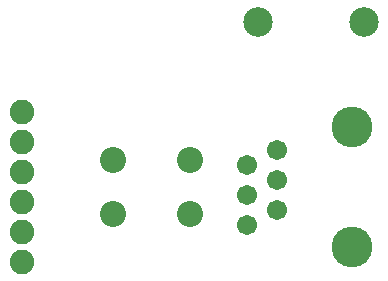
<source format=gbs>
G04*
G04 #@! TF.GenerationSoftware,Altium Limited,CircuitStudio,1.5.2 (30)*
G04*
G04 Layer_Color=8150272*
%FSLAX25Y25*%
%MOIN*%
G70*
G01*
G75*
%ADD20C,0.09855*%
%ADD21C,0.08674*%
%ADD22C,0.13595*%
%ADD23C,0.06706*%
%ADD24C,0.08200*%
D20*
X523622Y480315D02*
D03*
X488189D02*
D03*
D21*
X439961Y434055D02*
D03*
X465551D02*
D03*
Y416339D02*
D03*
X439961D02*
D03*
D22*
X519685Y445197D02*
D03*
Y405197D02*
D03*
D23*
X494685Y437697D02*
D03*
X484685Y432697D02*
D03*
X494685Y427697D02*
D03*
X484685Y422697D02*
D03*
X494685Y417697D02*
D03*
X484685Y412697D02*
D03*
D24*
X409449Y400197D02*
D03*
Y410197D02*
D03*
Y420197D02*
D03*
Y430197D02*
D03*
Y440197D02*
D03*
Y450197D02*
D03*
M02*

</source>
